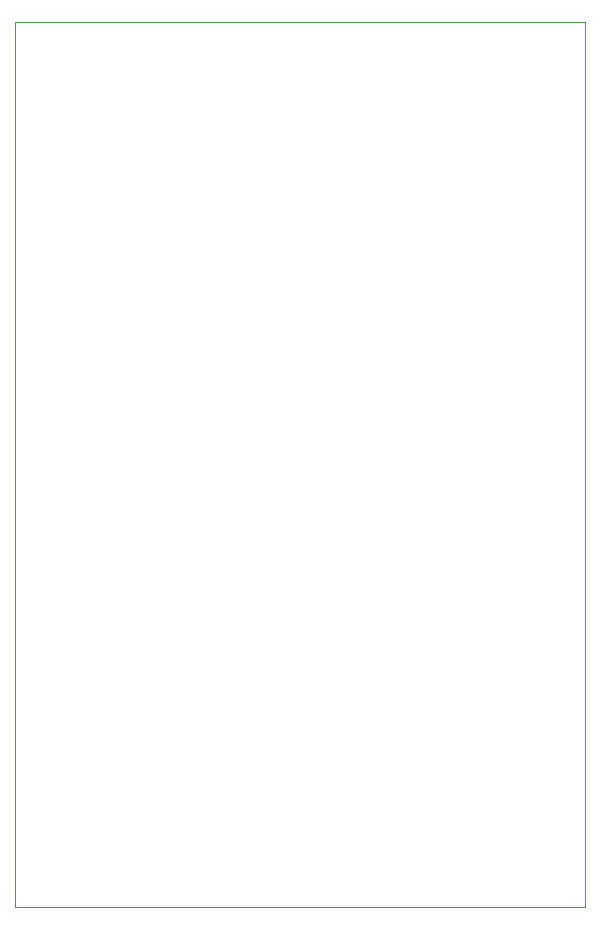
<source format=gbr>
%TF.GenerationSoftware,KiCad,Pcbnew,(6.0.2)*%
%TF.CreationDate,2022-03-10T14:49:54-08:00*%
%TF.ProjectId,node,6e6f6465-2e6b-4696-9361-645f70636258,rev?*%
%TF.SameCoordinates,Original*%
%TF.FileFunction,Profile,NP*%
%FSLAX46Y46*%
G04 Gerber Fmt 4.6, Leading zero omitted, Abs format (unit mm)*
G04 Created by KiCad (PCBNEW (6.0.2)) date 2022-03-10 14:49:54*
%MOMM*%
%LPD*%
G01*
G04 APERTURE LIST*
%TA.AperFunction,Profile*%
%ADD10C,0.100000*%
%TD*%
G04 APERTURE END LIST*
D10*
X40860000Y-33367500D02*
X89120000Y-33367500D01*
X89120000Y-33367500D02*
X89120000Y-108297500D01*
X89120000Y-108297500D02*
X40860000Y-108297500D01*
X40860000Y-108297500D02*
X40860000Y-33367500D01*
M02*

</source>
